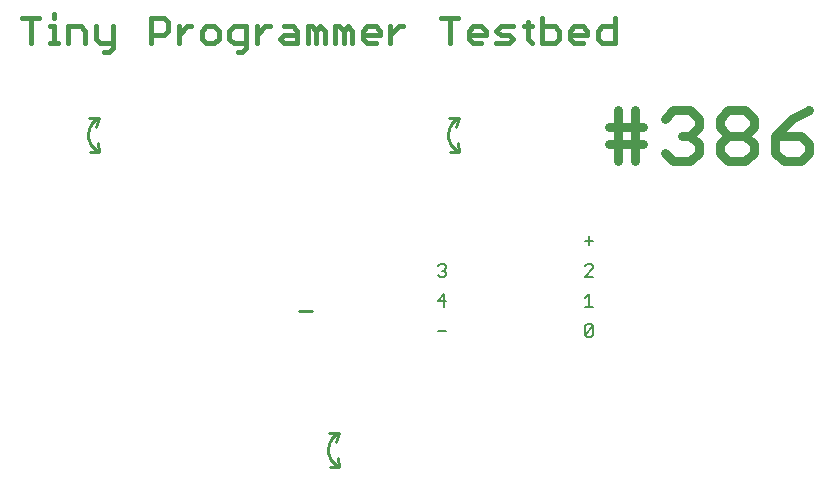
<source format=gto>
G75*
G70*
%OFA0B0*%
%FSLAX24Y24*%
%IPPOS*%
%LPD*%
%AMOC8*
5,1,8,0,0,1.08239X$1,22.5*
%
%ADD10C,0.0150*%
%ADD11C,0.0300*%
%ADD12C,0.0080*%
%ADD13C,0.0100*%
D10*
X011814Y017941D02*
X011956Y017941D01*
X012098Y018083D01*
X012098Y018792D01*
X012098Y018225D02*
X011672Y018225D01*
X011530Y018367D01*
X011530Y018792D01*
X011177Y018650D02*
X011177Y018225D01*
X011177Y018650D02*
X011035Y018792D01*
X010610Y018792D01*
X010610Y018225D01*
X010279Y018225D02*
X009996Y018225D01*
X010138Y018225D02*
X010138Y018792D01*
X009996Y018792D01*
X010138Y019076D02*
X010138Y019218D01*
X009642Y019076D02*
X009075Y019076D01*
X009359Y019076D02*
X009359Y018225D01*
X013372Y018225D02*
X013372Y019076D01*
X013797Y019076D01*
X013939Y018934D01*
X013939Y018650D01*
X013797Y018509D01*
X013372Y018509D01*
X014293Y018509D02*
X014576Y018792D01*
X014718Y018792D01*
X015060Y018650D02*
X015060Y018367D01*
X015202Y018225D01*
X015485Y018225D01*
X015627Y018367D01*
X015627Y018650D01*
X015485Y018792D01*
X015202Y018792D01*
X015060Y018650D01*
X014293Y018792D02*
X014293Y018225D01*
X015981Y018367D02*
X016123Y018225D01*
X016548Y018225D01*
X016548Y018083D02*
X016548Y018792D01*
X016123Y018792D01*
X015981Y018650D01*
X015981Y018367D01*
X016264Y017941D02*
X016406Y017941D01*
X016548Y018083D01*
X016902Y018225D02*
X016902Y018792D01*
X017185Y018792D02*
X017327Y018792D01*
X017185Y018792D02*
X016902Y018509D01*
X017669Y018367D02*
X017811Y018509D01*
X018236Y018509D01*
X018236Y018650D02*
X018236Y018225D01*
X017811Y018225D01*
X017669Y018367D01*
X017811Y018792D02*
X018094Y018792D01*
X018236Y018650D01*
X018590Y018792D02*
X018732Y018792D01*
X018873Y018650D01*
X019015Y018792D01*
X019157Y018650D01*
X019157Y018225D01*
X018873Y018225D02*
X018873Y018650D01*
X018590Y018792D02*
X018590Y018225D01*
X019511Y018225D02*
X019511Y018792D01*
X019652Y018792D01*
X019794Y018650D01*
X019936Y018792D01*
X020078Y018650D01*
X020078Y018225D01*
X019794Y018225D02*
X019794Y018650D01*
X020431Y018650D02*
X020573Y018792D01*
X020857Y018792D01*
X020999Y018650D01*
X020999Y018509D01*
X020431Y018509D01*
X020431Y018650D02*
X020431Y018367D01*
X020573Y018225D01*
X020857Y018225D01*
X021352Y018225D02*
X021352Y018792D01*
X021352Y018509D02*
X021636Y018792D01*
X021778Y018792D01*
X023040Y019076D02*
X023607Y019076D01*
X023324Y019076D02*
X023324Y018225D01*
X023961Y018367D02*
X023961Y018650D01*
X024103Y018792D01*
X024386Y018792D01*
X024528Y018650D01*
X024528Y018509D01*
X023961Y018509D01*
X023961Y018367D02*
X024103Y018225D01*
X024386Y018225D01*
X024882Y018225D02*
X025307Y018225D01*
X025449Y018367D01*
X025307Y018509D01*
X025024Y018509D01*
X024882Y018650D01*
X025024Y018792D01*
X025449Y018792D01*
X025803Y018792D02*
X026086Y018792D01*
X025944Y018934D02*
X025944Y018367D01*
X026086Y018225D01*
X026416Y018225D02*
X026842Y018225D01*
X026984Y018367D01*
X026984Y018650D01*
X026842Y018792D01*
X026416Y018792D01*
X026416Y019076D02*
X026416Y018225D01*
X027337Y018367D02*
X027337Y018650D01*
X027479Y018792D01*
X027763Y018792D01*
X027904Y018650D01*
X027904Y018509D01*
X027337Y018509D01*
X027337Y018367D02*
X027479Y018225D01*
X027763Y018225D01*
X028258Y018367D02*
X028258Y018650D01*
X028400Y018792D01*
X028825Y018792D01*
X028825Y019076D02*
X028825Y018225D01*
X028400Y018225D01*
X028258Y018367D01*
D11*
X028934Y016001D02*
X028934Y014300D01*
X029501Y014300D02*
X029501Y016001D01*
X029501Y015434D02*
X028650Y015434D01*
X028650Y014867D02*
X029784Y014867D01*
X029784Y015434D02*
X029501Y015434D01*
X030492Y015718D02*
X030775Y016001D01*
X031342Y016001D01*
X031626Y015718D01*
X031626Y015434D01*
X031342Y015151D01*
X031626Y014867D01*
X031626Y014584D01*
X031342Y014300D01*
X030775Y014300D01*
X030492Y014584D01*
X031059Y015151D02*
X031342Y015151D01*
X032333Y015434D02*
X032333Y015718D01*
X032617Y016001D01*
X033184Y016001D01*
X033467Y015718D01*
X033467Y015434D01*
X033184Y015151D01*
X032617Y015151D01*
X032333Y015434D01*
X032617Y015151D02*
X032333Y014867D01*
X032333Y014584D01*
X032617Y014300D01*
X033184Y014300D01*
X033467Y014584D01*
X033467Y014867D01*
X033184Y015151D01*
X034175Y015151D02*
X034175Y014584D01*
X034458Y014300D01*
X035025Y014300D01*
X035309Y014584D01*
X035309Y014867D01*
X035025Y015151D01*
X034175Y015151D01*
X034742Y015718D01*
X035309Y016001D01*
D12*
X027980Y011790D02*
X027980Y011510D01*
X027840Y011650D02*
X028120Y011650D01*
X028050Y010860D02*
X027910Y010860D01*
X027840Y010790D01*
X028050Y010860D02*
X028120Y010790D01*
X028120Y010720D01*
X027840Y010440D01*
X028120Y010440D01*
X027980Y009860D02*
X027840Y009720D01*
X027980Y009860D02*
X027980Y009440D01*
X027840Y009440D02*
X028120Y009440D01*
X028050Y008860D02*
X028120Y008790D01*
X027840Y008510D01*
X027910Y008440D01*
X028050Y008440D01*
X028120Y008510D01*
X028120Y008790D01*
X028050Y008860D02*
X027910Y008860D01*
X027840Y008790D01*
X027840Y008510D01*
X023220Y008650D02*
X022940Y008650D01*
X023150Y009440D02*
X023150Y009860D01*
X022940Y009650D01*
X023220Y009650D01*
X023150Y010440D02*
X023010Y010440D01*
X022940Y010510D01*
X023080Y010650D02*
X023150Y010650D01*
X023220Y010580D01*
X023220Y010510D01*
X023150Y010440D01*
X023150Y010650D02*
X023220Y010720D01*
X023220Y010790D01*
X023150Y010860D01*
X023010Y010860D01*
X022940Y010790D01*
D13*
X018750Y009300D02*
X018300Y009300D01*
X019300Y005250D02*
X019650Y005250D01*
X019550Y004950D01*
X019605Y005227D02*
X019562Y005202D01*
X019522Y005174D01*
X019484Y005142D01*
X019448Y005108D01*
X019416Y005071D01*
X019386Y005032D01*
X019359Y004990D01*
X019336Y004946D01*
X019317Y004901D01*
X019301Y004854D01*
X019289Y004806D01*
X019280Y004758D01*
X019276Y004708D01*
X019275Y004659D01*
X019279Y004610D01*
X019286Y004561D01*
X019297Y004513D01*
X019312Y004466D01*
X019330Y004420D01*
X019352Y004375D01*
X019377Y004333D01*
X019406Y004293D01*
X019438Y004255D01*
X019473Y004220D01*
X019510Y004188D01*
X019550Y004158D01*
X019592Y004132D01*
X019636Y004110D01*
X019650Y004100D02*
X019350Y004100D01*
X019650Y004100D02*
X019600Y004400D01*
X023350Y014600D02*
X023650Y014600D01*
X023600Y014900D01*
X023636Y014610D02*
X023592Y014632D01*
X023550Y014658D01*
X023510Y014688D01*
X023473Y014720D01*
X023438Y014755D01*
X023406Y014793D01*
X023377Y014833D01*
X023352Y014875D01*
X023330Y014920D01*
X023312Y014966D01*
X023297Y015013D01*
X023286Y015061D01*
X023279Y015110D01*
X023275Y015159D01*
X023276Y015208D01*
X023280Y015258D01*
X023289Y015306D01*
X023301Y015354D01*
X023317Y015401D01*
X023336Y015446D01*
X023359Y015490D01*
X023386Y015532D01*
X023416Y015571D01*
X023448Y015608D01*
X023484Y015642D01*
X023522Y015674D01*
X023562Y015702D01*
X023605Y015727D01*
X023650Y015750D02*
X023300Y015750D01*
X023650Y015750D02*
X023550Y015450D01*
X011636Y014610D02*
X011592Y014632D01*
X011550Y014658D01*
X011510Y014688D01*
X011473Y014720D01*
X011438Y014755D01*
X011406Y014793D01*
X011377Y014833D01*
X011352Y014875D01*
X011330Y014920D01*
X011312Y014966D01*
X011297Y015013D01*
X011286Y015061D01*
X011279Y015110D01*
X011275Y015159D01*
X011276Y015208D01*
X011280Y015258D01*
X011289Y015306D01*
X011301Y015354D01*
X011317Y015401D01*
X011336Y015446D01*
X011359Y015490D01*
X011386Y015532D01*
X011416Y015571D01*
X011448Y015608D01*
X011484Y015642D01*
X011522Y015674D01*
X011562Y015702D01*
X011605Y015727D01*
X011650Y015750D02*
X011300Y015750D01*
X011650Y015750D02*
X011550Y015450D01*
X011600Y014900D02*
X011650Y014600D01*
X011350Y014600D01*
M02*

</source>
